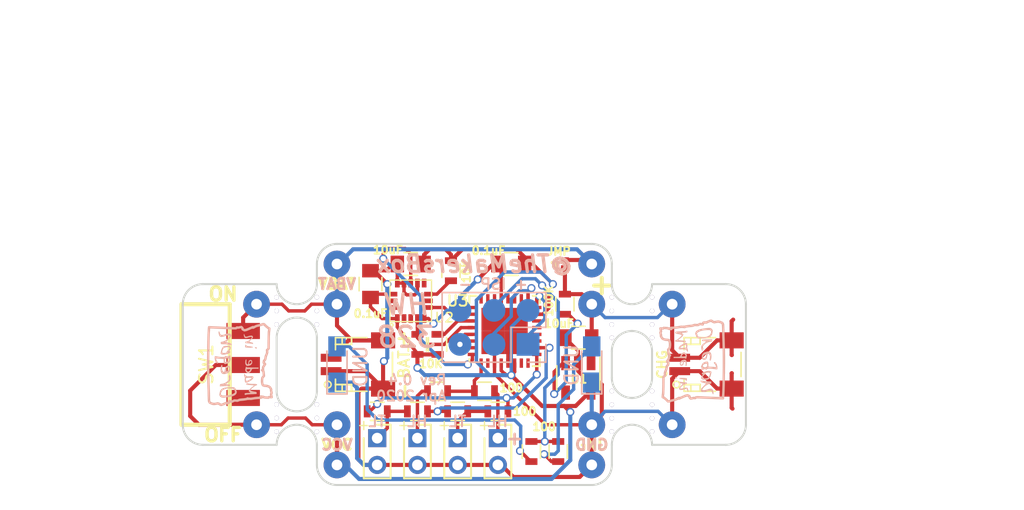
<source format=kicad_pcb>
(kicad_pcb (version 4) (host pcbnew 4.0.7)
  (title_block (title "Beetje 32U4 Blok") (date 2018-08-10) (rev 0.0) (company www.MakersBox.us) (comment 1 648.ken@gmail.com))
  (layers (0 F.Cu signal) (31 B.Cu signal) (34 B.Paste user) (35 F.Paste user) (36 B.SilkS user) (37 F.SilkS user) (38 B.Mask user) (39 F.Mask user) (44 Edge.Cuts user))
  (net 0 "")
  (net 1 GND)
  (net 2 "Net-(D4-Pad2)")
  (net 3 "Net-(D5-Pad2)")
  (net 4 "Net-(J6-Pad1)")
  (net 5 "Net-(J1-Pad1)")
  (net 6 "Net-(J7-Pad1)")
  (net 7 "Net-(J8-Pad1)")
  (net 8 "Net-(SW1-Pad3)")
  (net 9 VCC)
  (net 10 /D5)
  (net 11 /D6)
  (net 12 /RESET)
  (net 13 /D7)
  (net 14 /D8)
  (net 15 /SCK)
  (net 16 +BATT)
  (net 17 /MISO)
  (net 18 /MOSI)
  (net 19 "Net-(R1-Pad2)")
  (net 20 "Net-(R2-Pad1)")
  (net 21 /SDA)
  (net 22 /SCL)
  (net 23 /D10)
  (net 24 "Net-(U1-Pad4)")
  (net 25 "Net-(U2-Pad3)")
  (net 26 /D2)
  (net 27 "Net-(U2-Pad2)")
  (net 28 "Net-(U2-Pad9)")
  (net 29 "Net-(U2-Pad7)")
  (net 30 "Net-(U2-Pad15)")
  (net 31 "Net-(U2-Pad16)")
  (net 32 /D3)
  (net 33 /D4)
  (net 34 "Net-(U3-Pad7)")
  (net 35 "Net-(U3-Pad8)")
  (net 36 /D9)
  (net 37 "Net-(U3-Pad18)")
  (net 38 "Net-(U3-Pad19)")
  (net 39 "Net-(U3-Pad20)")
  (net 40 "Net-(U3-Pad22)")
  (net 41 /A0)
  (net 42 /A1)
  (net 43 /A2)
  (net 44 /A3)
  (net 45 /D0)
  (net 46 /D1)
  (module footprints:MadeInOregonRev25 (layer F.Cu) (at 164 102.75 90)
    (fp_text reference VAL hide)
    (fp_text value MadeInOregonRev25 hide)
  )
  (module footprints:PIN_HEADER_LED (layer F.Cu) (at 149.5 108.5)
    (fp_text reference J6 hide)
    (fp_text value HL (at 0 -1.25) (layer B.SilkS) (effects (font (size 0.8 0.8)) (justify mirror)))
    (fp_text user + (at -1 -1) (layer F.SilkS) (effects (font (size 0.8 0.8) (thickness 0.1))))
    (pad 1 thru_hole rect (at 0 0) (size 1.35 1.35) (drill 0.8) (layers *.Cu *.Mask) (net 4 "Net-(J6-Pad1)"))
    (pad 2 thru_hole oval (at 0 2) (size 1.35 1.35) (drill 0.8) (layers *.Cu *.Mask) (net 1 GND))
  )
  (module footprints:Pin_Header_Straight_2x03_Pitch2.54mm (layer B.Cu) (at 151.75 101.5 90)
    (fp_text reference CON1 hide)
    (fp_text value AVR-ISP-6)
    (pad 1 smd rect (at 0 0 90) (size 1.7 1.7) (layers B.Cu B.Paste B.Mask) (net 17 /MISO))
    (pad 2 smd oval (at 2.54 0 90) (size 1.7 1.7) (layers B.Cu B.Paste B.Mask) (net 9 VCC))
    (pad 3 smd oval (at 0 -2.54 90) (size 1.7 1.7) (layers B.Cu B.Paste B.Mask) (net 15 /SCK))
    (pad 4 smd oval (at 2.54 -2.54 90) (size 1.7 1.7) (layers B.Cu B.Paste B.Mask) (net 18 /MOSI))
    (pad 5 smd oval (at 0 -5.08 90) (size 1.7 1.7) (layers B.Cu B.Paste B.Mask) (net 12 /RESET))
    (pad 6 smd oval (at 2.54 -5.08 90) (size 1.7 1.7) (layers B.Cu B.Paste B.Mask) (net 1 GND))
  )
  (module footprints:SPST_SMD (layer F.Cu) (at 130.5 103 270)
    (fp_text reference SW1 (at 0 2.75 270) (layer F.SilkS))
    (fp_text value SW_SPDT)
    (pad "" np_thru_hole circle (at 3.4 2.75 270) (size 0.9 0.9) (drill 0.9) (layers *.Cu *.Mask))
    (pad 1 smd rect (at -2.5 0 270) (size 1.2 2.5) (layers F.Cu F.Paste F.Mask) (net 16 +BATT))
    (pad 2 smd rect (at 0.04 0 270) (size 1.2 2.5) (layers F.Cu F.Paste F.Mask) (net 9 VCC))
    (pad 3 smd rect (at 2.5 0 270) (size 1.2 2.5) (layers F.Cu F.Paste F.Mask) (net 8 "Net-(SW1-Pad3)"))
    (pad "" np_thru_hole circle (at -3.4 2.75 270) (size 0.9 0.9) (drill 0.9) (layers *.Cu *.Mask))
  )
  (module footprints:LED_0805_HandSoldering (layer B.Cu) (at 137.5 103 90)
    (fp_text reference D4 hide)
    (fp_text value UND (at -0.15 1.75 90) (layer B.SilkS) (effects (justify mirror)))
    (pad 1 smd rect (at -1.35 0 90) (size 1.5 1.3) (layers B.Cu B.Paste B.Mask) (net 1 GND))
    (pad 2 smd rect (at 1.35 0 90) (size 1.5 1.3) (layers B.Cu B.Paste B.Mask) (net 2 "Net-(D4-Pad2)"))
  )
  (module footprints:LED_0805_HandSoldering (layer B.Cu) (at 156.5 103 90)
    (fp_text reference D5 hide)
    (fp_text value UND (at -0.05 -1.5 90) (layer B.SilkS) (effects (justify mirror)))
    (pad 1 smd rect (at -1.35 0 90) (size 1.5 1.3) (layers B.Cu B.Paste B.Mask) (net 1 GND))
    (pad 2 smd rect (at 1.35 0 90) (size 1.5 1.3) (layers B.Cu B.Paste B.Mask) (net 3 "Net-(D5-Pad2)"))
  )
  (module footprints:R_0603 (layer F.Cu) (at 145 105 180)
    (fp_text reference R6 hide)
    (fp_text value 100 hide)
    (pad 1 smd rect (at -0.75 0 180) (size 0.5 0.9) (layers F.Cu F.Paste F.Mask) (net 32 /D3))
    (pad 2 smd rect (at 0.75 0 180) (size 0.5 0.9) (layers F.Cu F.Paste F.Mask) (net 5 "Net-(J1-Pad1)"))
  )
  (module footprints:R_0603 (layer F.Cu) (at 149.5 106.5 180)
    (fp_text reference R8 hide)
    (fp_text value 100 (at -1 1.75 180) (layer F.SilkS) (effects (font (size 0.6 0.6))))
    (pad 1 smd rect (at -0.75 0 180) (size 0.5 0.9) (layers F.Cu F.Paste F.Mask) (net 10 /D5))
    (pad 2 smd rect (at 0.75 0 180) (size 0.5 0.9) (layers F.Cu F.Paste F.Mask) (net 6 "Net-(J7-Pad1)"))
  )
  (module footprints:R_0603 (layer F.Cu) (at 148.5 105)
    (fp_text reference R7 hide)
    (fp_text value 100 (at 3 1.5) (layer F.SilkS) (effects (font (size 0.6 0.6))))
    (pad 1 smd rect (at -0.75 0) (size 0.5 0.9) (layers F.Cu F.Paste F.Mask) (net 32 /D3))
    (pad 2 smd rect (at 0.75 0) (size 0.5 0.9) (layers F.Cu F.Paste F.Mask) (net 4 "Net-(J6-Pad1)"))
  )
  (module footprints:R_0603 (layer F.Cu) (at 140.5 106.5)
    (fp_text reference R9 hide)
    (fp_text value 100 hide)
    (pad 1 smd rect (at -0.75 0) (size 0.5 0.9) (layers F.Cu F.Paste F.Mask) (net 10 /D5))
    (pad 2 smd rect (at 0.75 0) (size 0.5 0.9) (layers F.Cu F.Paste F.Mask) (net 7 "Net-(J8-Pad1)"))
  )
  (module footprints:R_0603 (layer F.Cu) (at 152 109.5 270)
    (fp_text reference R11 hide)
    (fp_text value 100 (at -1.85 -0.95 360) (layer F.SilkS) (effects (font (size 0.6 0.6))))
    (pad 1 smd rect (at -0.75 0 270) (size 0.5 0.9) (layers F.Cu F.Paste F.Mask) (net 18 /MOSI))
    (pad 2 smd rect (at 0.75 0 270) (size 0.5 0.9) (layers F.Cu F.Paste F.Mask) (net 2 "Net-(D4-Pad2)"))
  )
  (module footprints:R_0603 (layer F.Cu) (at 154 109.5 270)
    (fp_text reference R12 hide)
    (fp_text value 100 hide)
    (pad 1 smd rect (at -0.75 0 270) (size 0.5 0.9) (layers F.Cu F.Paste F.Mask) (net 18 /MOSI))
    (pad 2 smd rect (at 0.75 0 270) (size 0.5 0.9) (layers F.Cu F.Paste F.Mask) (net 3 "Net-(D5-Pad2)"))
  )
  (module footprints:Jumper (layer F.Cu) (at 154.5 95.5 90)
    (fp_text reference JP1 hide)
    (fp_text value JMP (at 0.95 -0.45 180) (layer F.SilkS) (effects (font (size 0.6 0.6))))
    (pad 1 smd rect (at -0.3 0 90) (size 0.4 0.6) (layers F.Cu F.Paste F.Mask) (net 16 +BATT))
    (pad 2 smd rect (at 0.3 0 90) (size 0.4 0.6) (layers F.Cu F.Paste F.Mask) (net 16 +BATT))
  )
  (module footprints:C_0805 (layer F.Cu) (at 155.5 101 180)
    (fp_text reference C2 hide)
    (fp_text value 10uF (at 1.45 1.05 180) (layer F.SilkS) (effects (font (size 0.6 0.6))))
    (pad 1 smd rect (at -1 0 180) (size 1 1.25) (layers F.Cu F.Paste F.Mask) (net 16 +BATT))
    (pad 2 smd rect (at 1 0 180) (size 1 1.25) (layers F.Cu F.Paste F.Mask) (net 1 GND))
  )
  (module footprints:C_0805 (layer F.Cu) (at 143 95.5 180)
    (fp_text reference C3 hide)
    (fp_text value 10uF (at 1.7 1.05 180) (layer F.SilkS) (effects (font (size 0.6 0.6))))
    (pad 1 smd rect (at -1 0 180) (size 1 1.25) (layers F.Cu F.Paste F.Mask) (net 9 VCC))
    (pad 2 smd rect (at 1 0 180) (size 1 1.25) (layers F.Cu F.Paste F.Mask) (net 1 GND))
  )
  (module footprints:C_0805 (layer F.Cu) (at 140 97 90)
    (fp_text reference C4 hide)
    (fp_text value 0.1uF (at -2.2 0 180) (layer F.SilkS) (effects (font (size 0.6 0.6))))
    (pad 1 smd rect (at -1 0 90) (size 1 1.25) (layers F.Cu F.Paste F.Mask) (net 9 VCC))
    (pad 2 smd rect (at 1 0 90) (size 1 1.25) (layers F.Cu F.Paste F.Mask) (net 1 GND))
  )
  (module footprints:R_0603 (layer F.Cu) (at 146.5 106.5)
    (fp_text reference R5 hide)
    (fp_text value 100 hide)
    (pad 1 smd rect (at -0.75 0) (size 0.5 0.9) (layers F.Cu F.Paste F.Mask) (net 11 /D6))
    (pad 2 smd rect (at 0.75 0) (size 0.5 0.9) (layers F.Cu F.Paste F.Mask) (net 6 "Net-(J7-Pad1)"))
  )
  (module footprints:R_0603 (layer F.Cu) (at 143.5 106.5 180)
    (fp_text reference R10 hide)
    (fp_text value 100 hide)
    (pad 1 smd rect (at -0.75 0 180) (size 0.5 0.9) (layers F.Cu F.Paste F.Mask) (net 11 /D6))
    (pad 2 smd rect (at 0.75 0 180) (size 0.5 0.9) (layers F.Cu F.Paste F.Mask) (net 7 "Net-(J8-Pad1)"))
  )
  (module footprints:LIS3DH_EP (layer F.Cu) (at 143 98.25 90)
    (fp_text reference U2 (at -1.25 2.5 180) (layer F.SilkS) (effects (font (size 0.7 0.7) (thickness 0.125))))
    (fp_text value LIS3DH)
    (pad 3 smd rect (at -1.325 0 90) (size 0.65 0.35) (layers F.Cu F.Paste F.Mask) (net 25 "Net-(U2-Pad3)"))
    (pad 11 smd rect (at 1.325 0 90) (size 0.65 0.35) (layers F.Cu F.Paste F.Mask) (net 26 /D2))
    (pad 2 smd rect (at -1.325 -0.5 90) (size 0.65 0.35) (layers F.Cu F.Paste F.Mask) (net 27 "Net-(U2-Pad2)"))
    (pad 12 smd rect (at 1.325 -0.5 90) (size 0.65 0.35) (layers F.Cu F.Paste F.Mask) (net 1 GND))
    (pad 1 smd rect (at -1.325 -1 90) (size 0.65 0.35) (layers F.Cu F.Paste F.Mask) (net 9 VCC))
    (pad 13 smd rect (at 1.325 -1 90) (size 0.65 0.35) (layers F.Cu F.Paste F.Mask) (net 1 GND))
    (pad 9 smd rect (at 1.325 1 90) (size 0.65 0.35) (layers F.Cu F.Paste F.Mask) (net 28 "Net-(U2-Pad9)"))
    (pad 10 smd rect (at 1.325 0.5 90) (size 0.65 0.35) (layers F.Cu F.Paste F.Mask) (net 1 GND))
    (pad 7 smd rect (at 0 1.325 180) (size 0.65 0.35) (layers F.Cu F.Paste F.Mask) (net 29 "Net-(U2-Pad7)"))
    (pad 4 smd rect (at -1.325 0.5 90) (size 0.65 0.35) (layers F.Cu F.Paste F.Mask) (net 22 /SCL))
    (pad 5 smd rect (at -1.325 1 90) (size 0.65 0.35) (layers F.Cu F.Paste F.Mask) (net 1 GND))
    (pad 8 smd rect (at 0.5 1.325 180) (size 0.65 0.35) (layers F.Cu F.Paste F.Mask) (net 20 "Net-(R2-Pad1)"))
    (pad 6 smd rect (at -0.5 1.325 180) (size 0.65 0.35) (layers F.Cu F.Paste F.Mask) (net 21 /SDA))
    (pad 15 smd rect (at 0 -1.325 180) (size 0.65 0.35) (layers F.Cu F.Paste F.Mask) (net 30 "Net-(U2-Pad15)"))
    (pad 14 smd rect (at 0.5 -1.325 180) (size 0.65 0.35) (layers F.Cu F.Paste F.Mask) (net 9 VCC))
    (pad 16 smd rect (at -0.5 -1.325 180) (size 0.65 0.35) (layers F.Cu F.Paste F.Mask) (net 31 "Net-(U2-Pad16)"))
  )
  (module footprints:C_0805 (layer F.Cu) (at 150.5 95.5 180)
    (fp_text reference C1 hide)
    (fp_text value 0.1uF (at 1.7 1 180) (layer F.SilkS) (effects (font (size 0.6 0.6))))
    (pad 1 smd rect (at -1 0 180) (size 1 1.25) (layers F.Cu F.Paste F.Mask) (net 9 VCC))
    (pad 2 smd rect (at 1 0 180) (size 1 1.25) (layers F.Cu F.Paste F.Mask) (net 1 GND))
  )
  (module footprints:R_0603 (layer F.Cu) (at 143.5 101.5 270)
    (fp_text reference R4 hide)
    (fp_text value 10K (at 1.45 -1 360) (layer F.SilkS) (effects (font (size 0.6 0.6))))
    (pad 1 smd rect (at -0.75 0 270) (size 0.5 0.9) (layers F.Cu F.Paste F.Mask) (net 22 /SCL))
    (pad 2 smd rect (at 0.75 0 270) (size 0.5 0.9) (layers F.Cu F.Paste F.Mask) (net 9 VCC))
  )
  (module footprints:R_0603 (layer F.Cu) (at 145 101.5 270)
    (fp_text reference R3 hide)
    (fp_text value 10K hide)
    (pad 1 smd rect (at -0.75 0 270) (size 0.5 0.9) (layers F.Cu F.Paste F.Mask) (net 21 /SDA))
    (pad 2 smd rect (at 0.75 0 270) (size 0.5 0.9) (layers F.Cu F.Paste F.Mask) (net 9 VCC))
  )
  (module footprints:R_0603 (layer F.Cu) (at 146 96 90)
    (fp_text reference R2 hide)
    (fp_text value 10K (at -0.05 1.15 90) (layer F.SilkS) (effects (font (size 0.6 0.6))))
    (pad 1 smd rect (at -0.75 0 90) (size 0.5 0.9) (layers F.Cu F.Paste F.Mask) (net 20 "Net-(R2-Pad1)"))
    (pad 2 smd rect (at 0.75 0 90) (size 0.5 0.9) (layers F.Cu F.Paste F.Mask) (net 9 VCC))
  )
  (module footprints:R_0603 (layer F.Cu) (at 154.5 98.5 270)
    (fp_text reference R1 hide)
    (fp_text value 100K (at -0.25 1.2 270) (layer F.SilkS) (effects (font (size 0.6 0.6))))
    (pad 1 smd rect (at -0.75 0 270) (size 0.5 0.9) (layers F.Cu F.Paste F.Mask) (net 16 +BATT))
    (pad 2 smd rect (at 0.75 0 270) (size 0.5 0.9) (layers F.Cu F.Paste F.Mask) (net 19 "Net-(R1-Pad2)"))
  )
  (module footprints:MOUSEBITE (layer F.Cu) (at 133 99 90)
    (fp_text reference REF** hide)
    (fp_text value 1pin)
    (pad 1 thru_hole circle (at -1.016 0 90) (size 0.3302 0.3302) (drill 0.3302) (layers *.Cu *.Mask))
    (pad 1 thru_hole circle (at 1.016 0 90) (size 0.3302 0.3302) (drill 0.3302) (layers *.Cu *.Mask))
    (pad 1 thru_hole circle (at 0 0 90) (size 0.3302 0.3302) (drill 0.3302) (layers *.Cu *.Mask))
  )
  (module footprints:MOUSEBITE (layer F.Cu) (at 136 99 90)
    (fp_text reference REF** hide)
    (fp_text value 1pin)
    (pad 1 thru_hole circle (at -1.016 0 90) (size 0.3302 0.3302) (drill 0.3302) (layers *.Cu *.Mask))
    (pad 1 thru_hole circle (at 1.016 0 90) (size 0.3302 0.3302) (drill 0.3302) (layers *.Cu *.Mask))
    (pad 1 thru_hole circle (at 0 0 90) (size 0.3302 0.3302) (drill 0.3302) (layers *.Cu *.Mask))
  )
  (module footprints:MOUSEBITE (layer F.Cu) (at 133 107 90)
    (fp_text reference REF** hide)
    (fp_text value 1pin)
    (pad 1 thru_hole circle (at -1.016 0 90) (size 0.3302 0.3302) (drill 0.3302) (layers *.Cu *.Mask))
    (pad 1 thru_hole circle (at 1.016 0 90) (size 0.3302 0.3302) (drill 0.3302) (layers *.Cu *.Mask))
    (pad 1 thru_hole circle (at 0 0 90) (size 0.3302 0.3302) (drill 0.3302) (layers *.Cu *.Mask))
  )
  (module footprints:MOUSEBITE (layer F.Cu) (at 136 107 90)
    (fp_text reference REF** hide)
    (fp_text value 1pin)
    (pad 1 thru_hole circle (at -1.016 0 90) (size 0.3302 0.3302) (drill 0.3302) (layers *.Cu *.Mask))
    (pad 1 thru_hole circle (at 1.016 0 90) (size 0.3302 0.3302) (drill 0.3302) (layers *.Cu *.Mask))
    (pad 1 thru_hole circle (at 0 0 90) (size 0.3302 0.3302) (drill 0.3302) (layers *.Cu *.Mask))
  )
  (module footprints:MOUSEBITE (layer F.Cu) (at 158 106 90)
    (fp_text reference REF** hide)
    (fp_text value 1pin)
    (pad 1 thru_hole circle (at -1.016 0 90) (size 0.3302 0.3302) (drill 0.3302) (layers *.Cu *.Mask))
    (pad 1 thru_hole circle (at 1.016 0 90) (size 0.3302 0.3302) (drill 0.3302) (layers *.Cu *.Mask))
    (pad 1 thru_hole circle (at 0 0 90) (size 0.3302 0.3302) (drill 0.3302) (layers *.Cu *.Mask))
  )
  (module footprints:MOUSEBITE (layer F.Cu) (at 161 106 90)
    (fp_text reference REF** hide)
    (fp_text value 1pin)
    (pad 1 thru_hole circle (at -1.016 0 90) (size 0.3302 0.3302) (drill 0.3302) (layers *.Cu *.Mask))
    (pad 1 thru_hole circle (at 1.016 0 90) (size 0.3302 0.3302) (drill 0.3302) (layers *.Cu *.Mask))
    (pad 1 thru_hole circle (at 0 0 90) (size 0.3302 0.3302) (drill 0.3302) (layers *.Cu *.Mask))
  )
  (module footprints:MOUSEBITE (layer F.Cu) (at 158 99 90)
    (fp_text reference REF** hide)
    (fp_text value 1pin)
    (pad 1 thru_hole circle (at -1.016 0 90) (size 0.3302 0.3302) (drill 0.3302) (layers *.Cu *.Mask))
    (pad 1 thru_hole circle (at 1.016 0 90) (size 0.3302 0.3302) (drill 0.3302) (layers *.Cu *.Mask))
    (pad 1 thru_hole circle (at 0 0 90) (size 0.3302 0.3302) (drill 0.3302) (layers *.Cu *.Mask))
  )
  (module footprints:MOUSEBITE (layer F.Cu) (at 161 99 90)
    (fp_text reference REF** hide)
    (fp_text value 1pin)
    (pad 1 thru_hole circle (at -1.016 0 90) (size 0.3302 0.3302) (drill 0.3302) (layers *.Cu *.Mask))
    (pad 1 thru_hole circle (at 1.016 0 90) (size 0.3302 0.3302) (drill 0.3302) (layers *.Cu *.Mask))
    (pad 1 thru_hole circle (at 0 0 90) (size 0.3302 0.3302) (drill 0.3302) (layers *.Cu *.Mask))
  )
  (module footprints:MOUSEBITEx1 (layer F.Cu) (at 161 101)
    (fp_text reference REF** hide)
    (fp_text value 1pin)
    (pad 1 thru_hole circle (at 0 0) (size 0.3302 0.3302) (drill 0.3302) (layers *.Cu *.Mask))
  )
  (module footprints:MOUSEBITEx1 (layer F.Cu) (at 158 101)
    (fp_text reference REF** hide)
    (fp_text value 1pin)
    (pad 1 thru_hole circle (at 0 0) (size 0.3302 0.3302) (drill 0.3302) (layers *.Cu *.Mask))
  )
  (module footprints:MOUSEBITEx1 (layer F.Cu) (at 161 108)
    (fp_text reference REF** hide)
    (fp_text value 1pin)
    (pad 1 thru_hole circle (at 0 0) (size 0.3302 0.3302) (drill 0.3302) (layers *.Cu *.Mask))
  )
  (module footprints:MOUSEBITEx1 (layer F.Cu) (at 158 108)
    (fp_text reference REF** hide)
    (fp_text value 1pin)
    (pad 1 thru_hole circle (at 0 0) (size 0.3302 0.3302) (drill 0.3302) (layers *.Cu *.Mask))
  )
  (module footprints:MadeInOregonRev25 (layer F.Cu) (at 130.25 103 270)
    (fp_text reference VAL hide)
    (fp_text value MadeInOregonRev25 hide)
  )
  (module footprints:PIN_HEADER_LED (layer F.Cu) (at 140.5 108.5)
    (fp_text reference J8 hide)
    (fp_text value TL (at 0 -1.25) (layer B.SilkS) (effects (font (size 0.8 0.8)) (justify mirror)))
    (fp_text user + (at -1 -1) (layer F.SilkS) (effects (font (size 0.8 0.8) (thickness 0.1))))
    (pad 1 thru_hole rect (at 0 0) (size 1.35 1.35) (drill 0.8) (layers *.Cu *.Mask) (net 7 "Net-(J8-Pad1)"))
    (pad 2 thru_hole oval (at 0 2) (size 1.35 1.35) (drill 0.8) (layers *.Cu *.Mask) (net 1 GND))
  )
  (module footprints:PIN_HEADER_LED (layer F.Cu) (at 146.5 108.5)
    (fp_text reference J7 hide)
    (fp_text value TL (at 0 -1.25) (layer B.SilkS) (effects (font (size 0.8 0.8)) (justify mirror)))
    (fp_text user + (at -1 -1) (layer F.SilkS) (effects (font (size 0.8 0.8) (thickness 0.1))))
    (pad 1 thru_hole rect (at 0 0) (size 1.35 1.35) (drill 0.8) (layers *.Cu *.Mask) (net 6 "Net-(J7-Pad1)"))
    (pad 2 thru_hole oval (at 0 2) (size 1.35 1.35) (drill 0.8) (layers *.Cu *.Mask) (net 1 GND))
  )
  (module footprints:PIN_HEADER_LED (layer F.Cu) (at 143.5 108.5)
    (fp_text reference J1 hide)
    (fp_text value HL (at 0 -1.25) (layer B.SilkS) (effects (font (size 0.8 0.8)) (justify mirror)))
    (fp_text user + (at -1 -1) (layer F.SilkS) (effects (font (size 0.8 0.8) (thickness 0.1))))
    (pad 1 thru_hole rect (at 0 0) (size 1.35 1.35) (drill 0.8) (layers *.Cu *.Mask) (net 5 "Net-(J1-Pad1)"))
    (pad 2 thru_hole oval (at 0 2) (size 1.35 1.35) (drill 0.8) (layers *.Cu *.Mask) (net 1 GND))
  )
  (module footprints:SolderWirePad_single_0-8mmDrill (layer F.Cu) (at 137.5 107.5)
    (fp_text reference J59 hide)
    (fp_text value Conn)
    (pad 1 thru_hole circle (at 0 0) (size 1.99898 1.99898) (drill 0.8001) (layers *.Cu *.Mask) (net 9 VCC))
  )
  (module footprints:SolderWirePad_single_0-8mmDrill (layer F.Cu) (at 131.5 107.5)
    (fp_text reference J57 hide)
    (fp_text value Conn)
    (pad 1 thru_hole circle (at 0 0) (size 1.99898 1.99898) (drill 0.8001) (layers *.Cu *.Mask) (net 9 VCC))
  )
  (module footprints:SolderWirePad_single_0-8mmDrill (layer F.Cu) (at 156.5 107.5)
    (fp_text reference J49 hide)
    (fp_text value Conn)
    (pad 1 thru_hole circle (at 0 0) (size 1.99898 1.99898) (drill 0.8001) (layers *.Cu *.Mask) (net 1 GND))
  )
  (module footprints:SolderWirePad_single_0-8mmDrill (layer F.Cu) (at 156.5 98.5)
    (fp_text reference J48 hide)
    (fp_text value Conn)
    (pad 1 thru_hole circle (at 0 0) (size 1.99898 1.99898) (drill 0.8001) (layers *.Cu *.Mask) (net 16 +BATT))
  )
  (module footprints:SolderWirePad_single_0-8mmDrill (layer F.Cu) (at 162.5 107.5)
    (fp_text reference J47 hide)
    (fp_text value Conn)
    (pad 1 thru_hole circle (at 0 0) (size 1.99898 1.99898) (drill 0.8001) (layers *.Cu *.Mask) (net 1 GND))
  )
  (module footprints:SolderWirePad_single_0-8mmDrill (layer F.Cu) (at 162.5 98.5)
    (fp_text reference J46 hide)
    (fp_text value Conn)
    (pad 1 thru_hole circle (at 0 0) (size 1.99898 1.99898) (drill 0.8001) (layers *.Cu *.Mask) (net 16 +BATT))
  )
  (module footprints:SolderWirePad_single_0-8mmDrill (layer F.Cu) (at 131.5 98.5)
    (fp_text reference J56 hide)
    (fp_text value Conn)
    (pad 1 thru_hole circle (at 0 0) (size 1.99898 1.99898) (drill 0.8001) (layers *.Cu *.Mask) (net 16 +BATT))
  )
  (module footprints:SolderWirePad_single_0-8mmDrill (layer F.Cu) (at 156.5 95.5)
    (fp_text reference J44 hide)
    (fp_text value Conn)
    (pad 1 thru_hole circle (at 0 0) (size 1.99898 1.99898) (drill 0.8001) (layers *.Cu *.Mask) (net 16 +BATT))
  )
  (module footprints:SolderWirePad_single_0-8mmDrill (layer F.Cu) (at 156.5 110.5)
    (fp_text reference J45 hide)
    (fp_text value Conn)
    (pad 1 thru_hole circle (at 0 0) (size 1.99898 1.99898) (drill 0.8001) (layers *.Cu *.Mask) (net 1 GND))
  )
  (module footprints:SolderWirePad_single_0-8mmDrill (layer F.Cu) (at 137.5 110.5)
    (fp_text reference J55 hide)
    (fp_text value Conn)
    (pad 1 thru_hole circle (at 0 0) (size 1.99898 1.99898) (drill 0.8001) (layers *.Cu *.Mask) (net 9 VCC))
  )
  (module footprints:SolderWirePad_single_0-8mmDrill (layer F.Cu) (at 137.5 98.5)
    (fp_text reference J58 hide)
    (fp_text value Conn)
    (pad 1 thru_hole circle (at 0 0) (size 1.99898 1.99898) (drill 0.8001) (layers *.Cu *.Mask) (net 16 +BATT))
  )
  (module footprints:SolderWirePad_single_0-8mmDrill (layer F.Cu) (at 137.5 95.5)
    (fp_text reference J54 hide)
    (fp_text value Conn)
    (pad 1 thru_hole circle (at 0 0) (size 1.99898 1.99898) (drill 0.8001) (layers *.Cu *.Mask) (net 16 +BATT))
  )
  (module footprints:SOT-23-5 (layer F.Cu) (at 155.5 104 270)
    (fp_text reference U1 (at 0.1 -0.05 360) (layer F.SilkS) (effects (font (size 0.6 0.6))))
    (fp_text value MIC5225-3.3)
    (pad 1 smd rect (at -1.1 -0.95 270) (size 1.06 0.65) (layers F.Cu F.Paste F.Mask) (net 16 +BATT))
    (pad 2 smd rect (at -1.1 0 270) (size 1.06 0.65) (layers F.Cu F.Paste F.Mask) (net 1 GND))
    (pad 3 smd rect (at -1.1 0.95 270) (size 1.06 0.65) (layers F.Cu F.Paste F.Mask) (net 19 "Net-(R1-Pad2)"))
    (pad 4 smd rect (at 1.1 0.95 270) (size 1.06 0.65) (layers F.Cu F.Paste F.Mask) (net 24 "Net-(U1-Pad4)"))
    (pad 5 smd rect (at 1.1 -0.95 270) (size 1.06 0.65) (layers F.Cu F.Paste F.Mask) (net 9 VCC))
  )
  (module footprints:QFN-32-1EP_5x5mm_Pitch0.5mm (layer F.Cu) (at 150 100.5 90)
    (fp_text reference U3 (at 2.25 -3.5 180) (layer F.SilkS) (effects (font (size 0.8 0.8))))
    (fp_text value ATMEGA328-MU)
    (pad 1 smd rect (at -2.4 -1.75 90) (size 0.7 0.25) (layers F.Cu F.Paste F.Mask) (net 32 /D3))
    (pad 2 smd rect (at -2.4 -1.25 90) (size 0.7 0.25) (layers F.Cu F.Paste F.Mask) (net 33 /D4))
    (pad 3 smd rect (at -2.4 -0.75 90) (size 0.7 0.25) (layers F.Cu F.Paste F.Mask) (net 1 GND))
    (pad 4 smd rect (at -2.4 -0.25 90) (size 0.7 0.25) (layers F.Cu F.Paste F.Mask) (net 9 VCC))
    (pad 5 smd rect (at -2.4 0.25 90) (size 0.7 0.25) (layers F.Cu F.Paste F.Mask) (net 1 GND))
    (pad 6 smd rect (at -2.4 0.75 90) (size 0.7 0.25) (layers F.Cu F.Paste F.Mask) (net 9 VCC))
    (pad 7 smd rect (at -2.4 1.25 90) (size 0.7 0.25) (layers F.Cu F.Paste F.Mask) (net 34 "Net-(U3-Pad7)"))
    (pad 8 smd rect (at -2.4 1.75 90) (size 0.7 0.25) (layers F.Cu F.Paste F.Mask) (net 35 "Net-(U3-Pad8)"))
    (pad 9 smd rect (at -1.75 2.4 180) (size 0.7 0.25) (layers F.Cu F.Paste F.Mask) (net 10 /D5))
    (pad 10 smd rect (at -1.25 2.4 180) (size 0.7 0.25) (layers F.Cu F.Paste F.Mask) (net 11 /D6))
    (pad 11 smd rect (at -0.75 2.4 180) (size 0.7 0.25) (layers F.Cu F.Paste F.Mask) (net 13 /D7))
    (pad 12 smd rect (at -0.25 2.4 180) (size 0.7 0.25) (layers F.Cu F.Paste F.Mask) (net 14 /D8))
    (pad 13 smd rect (at 0.25 2.4 180) (size 0.7 0.25) (layers F.Cu F.Paste F.Mask) (net 36 /D9))
    (pad 14 smd rect (at 0.75 2.4 180) (size 0.7 0.25) (layers F.Cu F.Paste F.Mask) (net 23 /D10))
    (pad 15 smd rect (at 1.25 2.4 180) (size 0.7 0.25) (layers F.Cu F.Paste F.Mask) (net 18 /MOSI))
    (pad 16 smd rect (at 1.75 2.4 180) (size 0.7 0.25) (layers F.Cu F.Paste F.Mask) (net 17 /MISO))
    (pad 17 smd rect (at 2.4 1.75 90) (size 0.7 0.25) (layers F.Cu F.Paste F.Mask) (net 15 /SCK))
    (pad 18 smd rect (at 2.4 1.25 90) (size 0.7 0.25) (layers F.Cu F.Paste F.Mask) (net 37 "Net-(U3-Pad18)"))
    (pad 19 smd rect (at 2.4 0.75 90) (size 0.7 0.25) (layers F.Cu F.Paste F.Mask) (net 38 "Net-(U3-Pad19)"))
    (pad 20 smd rect (at 2.4 0.25 90) (size 0.7 0.25) (layers F.Cu F.Paste F.Mask) (net 39 "Net-(U3-Pad20)"))
    (pad 21 smd rect (at 2.4 -0.25 90) (size 0.7 0.25) (layers F.Cu F.Paste F.Mask) (net 1 GND))
    (pad 22 smd rect (at 2.4 -0.75 90) (size 0.7 0.25) (layers F.Cu F.Paste F.Mask) (net 40 "Net-(U3-Pad22)"))
    (pad 23 smd rect (at 2.4 -1.25 90) (size 0.7 0.25) (layers F.Cu F.Paste F.Mask) (net 41 /A0))
    (pad 24 smd rect (at 2.4 -1.75 90) (size 0.7 0.25) (layers F.Cu F.Paste F.Mask) (net 42 /A1))
    (pad 25 smd rect (at 1.75 -2.4 180) (size 0.7 0.25) (layers F.Cu F.Paste F.Mask) (net 43 /A2))
    (pad 26 smd rect (at 1.25 -2.4 180) (size 0.7 0.25) (layers F.Cu F.Paste F.Mask) (net 44 /A3))
    (pad 27 smd rect (at 0.75 -2.4 180) (size 0.7 0.25) (layers F.Cu F.Paste F.Mask) (net 21 /SDA))
    (pad 28 smd rect (at 0.25 -2.4 180) (size 0.7 0.25) (layers F.Cu F.Paste F.Mask) (net 22 /SCL))
    (pad 29 smd rect (at -0.25 -2.4 180) (size 0.7 0.25) (layers F.Cu F.Paste F.Mask) (net 12 /RESET))
    (pad 30 smd rect (at -0.75 -2.4 180) (size 0.7 0.25) (layers F.Cu F.Paste F.Mask) (net 45 /D0))
    (pad 31 smd rect (at -1.25 -2.4 180) (size 0.7 0.25) (layers F.Cu F.Paste F.Mask) (net 46 /D1))
    (pad 32 smd rect (at -1.75 -2.4 180) (size 0.7 0.25) (layers F.Cu F.Paste F.Mask) (net 26 /D2))
    (pad 3 smd rect (at 0.8625 0.8625 90) (size 1.725 1.725) (layers F.Cu F.Paste F.Mask) (net 1 GND))
    (pad 3 smd rect (at 0.8625 -0.8625 90) (size 1.725 1.725) (layers F.Cu F.Paste F.Mask) (net 1 GND))
    (pad 3 smd rect (at -0.8625 0.8625 90) (size 1.725 1.725) (layers F.Cu F.Paste F.Mask) (net 1 GND))
    (pad 3 smd rect (at -0.8625 -0.8625 90) (size 1.725 1.725) (layers F.Cu F.Paste F.Mask) (net 1 GND))
  )
  (module footprints:JST_SH_SM02B-SRSS-TB_02x1.00mm_Angled (layer F.Cu) (at 139 103 90)
    (fp_text reference J3 hide)
    (fp_text value BAT (at 0 3.5 90) (layer F.SilkS) (effects (font (size 0.8 0.8))))
    (pad 1 smd rect (at -0.5 -1.9375 90) (size 0.6 1.55) (layers F.Cu F.Paste F.Mask) (net 1 GND))
    (pad 2 smd rect (at 0.5 -1.9375 90) (size 0.6 1.55) (layers F.Cu F.Paste F.Mask) (net 16 +BATT))
    (pad "" smd rect (at -1.8 1.9375 90) (size 1.2 1.8) (layers F.Cu F.Paste F.Mask))
    (pad "" smd rect (at 1.8 1.9375 90) (size 1.2 1.8) (layers F.Cu F.Paste F.Mask))
  )
  (module footprints:JST_SH_SM02B-SRSS-TB_02x1.00mm_Angled (layer F.Cu) (at 165 103 90)
    (fp_text reference J2 hide)
    (fp_text value CHG (at 0 -3.25 90) (layer F.SilkS) (effects (font (size 0.7 0.7))))
    (pad 1 smd rect (at -0.5 -1.9375 90) (size 0.6 1.55) (layers F.Cu F.Paste F.Mask) (net 1 GND))
    (pad 2 smd rect (at 0.5 -1.9375 90) (size 0.6 1.55) (layers F.Cu F.Paste F.Mask) (net 16 +BATT))
    (pad "" smd rect (at -1.8 1.9375 90) (size 1.2 1.8) (layers F.Cu F.Paste F.Mask))
    (pad "" smd rect (at 1.8 1.9375 90) (size 1.2 1.8) (layers F.Cu F.Paste F.Mask))
  )
  (gr_text "HW\n328" (at 142.75 99.75) (layer B.SilkS) (effects (font (size 1.5 1.5) (thickness 0.25) italic) (justify mirror)))
  (gr_text + (at 150.75 108.5) (layer B.SilkS) (effects (font (size 1 1) (thickness 0.2))))
  (gr_text "+ ISP -" (at 149.15 97) (layer B.SilkS) (effects (font (size 0.8 0.8)) (justify mirror)))
  (gr_text * (at 153.8 95.8) (layer F.SilkS) (effects (font (size 1 1) (thickness 0.25))))
  (gr_text GND (at 156.5 109) (layer B.SilkS) (effects (font (size 0.8 0.8) (thickness 0.2)) (justify mirror)))
  (gr_text VCC (at 137.5 109) (layer B.SilkS) (effects (font (size 0.8 0.8) (thickness 0.2)) (justify mirror)))
  (gr_text VBAT (at 137.5 97) (layer B.SilkS) (effects (font (size 0.8 0.8) (thickness 0.2)) (justify mirror)))
  (gr_text GND (at 156.5 109) (layer F.SilkS) (effects (font (size 0.8 0.8) (thickness 0.2))))
  (gr_text VBAT (at 137.5 97) (layer F.SilkS) (effects (font (size 0.8 0.8) (thickness 0.2))))
  (gr_text VCC (at 137.5 109) (layer F.SilkS) (effects (font (size 0.8 0.8) (thickness 0.2))))
  (gr_line (start 161 102) (end 161 104) (angle 90) (layer Edge.Cuts) (width 0.15))
  (gr_line (start 158 102) (end 158 104) (angle 90) (layer Edge.Cuts) (width 0.15))
  (gr_text + (at 142.5 101) (layer F.SilkS) (effects (font (size 1 1) (thickness 0.2))))
  (gr_text - (at 142.5 105 90) (layer F.SilkS) (effects (font (size 1 1) (thickness 0.2))))
  (gr_text + (at 157.25 97) (layer F.SilkS) (effects (font (size 1.5 1.5) (thickness 0.3))))
  (gr_line (start 168 107.5) (end 168 98.5) (angle 90) (layer Edge.Cuts) (width 0.15))
  (gr_line (start 161 109) (end 166.5 109) (angle 90) (layer Edge.Cuts) (width 0.15))
  (gr_arc (start 166.5 107.5) (end 168 107.5) (angle 90) (layer Edge.Cuts) (width 0.15))
  (gr_line (start 161 97) (end 166.5 97) (angle 90) (layer Edge.Cuts) (width 0.15))
  (gr_arc (start 166.5 98.5) (end 166.5 97) (angle 90) (layer Edge.Cuts) (width 0.15))
  (gr_text ON (at 129 97.75) (layer F.SilkS) (effects (font (size 1 1) (thickness 0.25))))
  (gr_line (start 158 97) (end 158 95.5) (angle 90) (layer Edge.Cuts) (width 0.15))
  (gr_line (start 158 110.5) (end 158 109) (angle 90) (layer Edge.Cuts) (width 0.15))
  (gr_line (start 137.5 112) (end 156.5 112) (angle 90) (layer Edge.Cuts) (width 0.15))
  (gr_line (start 137.5 94) (end 156.5 94) (angle 90) (layer Edge.Cuts) (width 0.15))
  (gr_arc (start 156.5 95.5) (end 156.5 94) (angle 90) (layer Edge.Cuts) (width 0.15))
  (gr_arc (start 156.5 110.5) (end 158 110.5) (angle 90) (layer Edge.Cuts) (width 0.15))
  (gr_arc (start 159.5 102) (end 159.5 100.5) (angle 90) (layer Edge.Cuts) (width 0.15))
  (gr_arc (start 159.5 97) (end 161 97) (angle 90) (layer Edge.Cuts) (width 0.15))
  (gr_arc (start 159.5 104) (end 159.5 105.5) (angle 90) (layer Edge.Cuts) (width 0.15))
  (gr_arc (start 159.5 109) (end 159.5 107.5) (angle 90) (layer Edge.Cuts) (width 0.15))
  (gr_arc (start 159.5 109) (end 158 109) (angle 90) (layer Edge.Cuts) (width 0.15))
  (gr_arc (start 159.5 102) (end 158 102) (angle 90) (layer Edge.Cuts) (width 0.15))
  (gr_arc (start 159.5 104) (end 161 104) (angle 90) (layer Edge.Cuts) (width 0.15))
  (gr_arc (start 159.5 97) (end 159.5 98.5) (angle 90) (layer Edge.Cuts) (width 0.15))
  (gr_line (start 136 97) (end 136 95.5) (angle 90) (layer Edge.Cuts) (width 0.15))
  (gr_line (start 136 110.5) (end 136 109) (angle 90) (layer Edge.Cuts) (width 0.15))
  (gr_line (start 127.5 109) (end 133 109) (angle 90) (layer Edge.Cuts) (width 0.15))
  (gr_line (start 126 98.5) (end 126 107.5) (angle 90) (layer Edge.Cuts) (width 0.15))
  (gr_line (start 133 97) (end 127.5 97) (angle 90) (layer Edge.Cuts) (width 0.15))
  (gr_arc (start 127.5 98.5) (end 126 98.5) (angle 90) (layer Edge.Cuts) (width 0.15))
  (gr_arc (start 127.5 107.5) (end 127.5 109) (angle 90) (layer Edge.Cuts) (width 0.15))
  (gr_arc (start 137.5 110.5) (end 137.5 112) (angle 90) (layer Edge.Cuts) (width 0.15))
  (gr_arc (start 137.5 95.5) (end 136 95.5) (angle 90) (layer Edge.Cuts) (width 0.15))
  (gr_line (start 136 101) (end 136 105) (angle 90) (layer Edge.Cuts) (width 0.15))
  (gr_line (start 133 105) (end 133 101) (angle 90) (layer Edge.Cuts) (width 0.15))
  (gr_arc (start 134.5 105) (end 136 105) (angle 90) (layer Edge.Cuts) (width 0.15))
  (gr_arc (start 134.5 105) (end 134.5 106.5) (angle 90) (layer Edge.Cuts) (width 0.15))
  (gr_arc (start 134.5 97) (end 136 97) (angle 90) (layer Edge.Cuts) (width 0.15))
  (gr_arc (start 134.5 97) (end 134.5 98.5) (angle 90) (layer Edge.Cuts) (width 0.15))
  (gr_arc (start 134.5 101) (end 134.5 99.5) (angle 90) (layer Edge.Cuts) (width 0.15))
  (gr_arc (start 134.5 101) (end 133 101) (angle 90) (layer Edge.Cuts) (width 0.15))
  (gr_arc (start 134.5 109) (end 133 109) (angle 90) (layer Edge.Cuts) (width 0.15))
  (gr_arc (start 134.5 109) (end 134.5 107.5) (angle 90) (layer Edge.Cuts) (width 0.15))
  (gr_text OFF (at 129 108.25) (layer F.SilkS) (effects (font (size 1 1) (thickness 0.25))))
  (gr_text "Rev 0.4\nApr 2020" (at 145.75 104.75) (layer B.SilkS) (effects (font (size 0.75 0.75)) (justify left mirror)))
  (gr_text @TheMakersBox (at 155.25 95.5) (layer B.SilkS) (effects (font (size 1.25 1.25) (thickness 0.25) italic) (justify left mirror)))
  (segment (start 155.5 102.9) (end 155.5 103.5) (width 0.3048) (layer F.Cu) (net 1))
  (segment (start 157.25 106.75) (end 156.5 107.5) (width 0.3048) (layer F.Cu) (net 1))
  (segment (start 157.25 104.5) (end 157.25 106.75) (width 0.3048) (layer F.Cu) (net 1))
  (segment (start 156.75 104) (end 157.25 104.5) (width 0.3048) (layer F.Cu) (net 1))
  (segment (start 156 104) (end 156.75 104) (width 0.3048) (layer F.Cu) (net 1))
  (segment (start 155.5 103.5) (end 156 104) (width 0.3048) (layer F.Cu) (net 1))
  (segment (start 140.9375 104.8) (end 140.9375 102.8125) (width 0.3048) (layer F.Cu) (net 1))
  (segment (start 141.25 97) (end 140.25 96) (width 0.3048) (layer F.Cu) (net 1))
  (via (at 141.25 97) (size 0.6) (drill 0.4) (layers F.Cu B.Cu) (net 1))
  (segment (start 141.25 102.5) (end 141.25 97) (width 0.3048) (layer B.Cu) (net 1))
  (segment (start 141 102.75) (end 141.25 102.5) (width 0.3048) (layer B.Cu) (net 1))
  (via (at 141 102.75) (size 0.6) (drill 0.4) (layers F.Cu B.Cu) (net 1))
  (segment (start 140.9375 102.8125) (end 141 102.75) (width 0.3048) (layer F.Cu) (net 1))
  (segment (start 140.25 96) (end 140 96) (width 0.3048) (layer F.Cu) (net 1))
  (segment (start 139 105.25) (end 139 104.75) (width 0.3048) (layer B.Cu) (net 1))
  (segment (start 138.6 104.35) (end 137.5 104.35) (width 0.3048) (layer B.Cu) (net 1))
  (segment (start 139 104.75) (end 138.6 104.35) (width 0.3048) (layer B.Cu) (net 1))
  (segment (start 166.9375 104.8) (end 166.9375 103.6625) (width 0.3048) (layer F.Cu) (net 1))
  (segment (start 166.9375 103.6625) (end 166.95 103.65) (width 0.3048) (layer F.Cu) (net 1))
  (segment (start 166.9375 104.8) (end 166.9375 106.2375) (width 0.3048) (layer F.Cu) (net 1))
  (segment (start 166.9375 106.2375) (end 167 106.3) (width 0.3048) (layer F.Cu) (net 1))
  (segment (start 163.0625 103.5) (end 164.55 103.5) (width 0.3048) (layer F.Cu) (net 1))
  (segment (start 165.85 104.8) (end 166.9375 104.8) (width 0.3048) (layer F.Cu) (net 1))
  (segment (start 164.55 103.5) (end 165.85 104.8) (width 0.3048) (layer F.Cu) (net 1))
  (segment (start 150.8625 101.3625) (end 149.1375 101.3625) (width 0.254) (layer F.Cu) (net 1))
  (segment (start 150.25 102.9) (end 150.25 101.975) (width 0.254) (layer F.Cu) (net 1))
  (segment (start 150.25 101.975) (end 150.8625 101.3625) (width 0.254) (layer F.Cu) (net 1))
  (segment (start 162.5 107.5) (end 162.5 104.0625) (width 0.3048) (layer F.Cu) (net 1))
  (segment (start 162.5 104.0625) (end 163.0625 103.5) (width 0.3048) (layer F.Cu) (net 1))
  (segment (start 162.5 107.5) (end 162.45 107.5) (width 0.254) (layer B.Cu) (net 1))
  (segment (start 162.45 107.5) (end 161.45 106.5) (width 0.254) (layer B.Cu) (net 1))
  (segment (start 157.5 106.5) (end 156.5 107.5) (width 0.254) (layer B.Cu) (net 1))
  (segment (start 161.45 106.5) (end 157.5 106.5) (width 0.254) (layer B.Cu) (net 1))
  (segment (start 156.5 107.5) (end 156.7 107.5) (width 0.254) (layer F.Cu) (net 1))
  (segment (start 137.5 104.35) (end 137.5 104.25) (width 0.3048) (layer B.Cu) (net 1))
  (segment (start 140 95.95) (end 140 96) (width 0.3048) (layer F.Cu) (net 1))
  (segment (start 146.67 98.96) (end 146.67 97.98) (width 0.3048) (layer B.Cu) (net 1))
  (segment (start 148 96.65) (end 149.15 95.5) (width 0.3048) (layer F.Cu) (net 1))
  (via (at 148 96.65) (size 0.6) (drill 0.4) (layers F.Cu B.Cu) (net 1))
  (segment (start 146.67 97.98) (end 148 96.65) (width 0.3048) (layer B.Cu) (net 1))
  (segment (start 149.15 95.5) (end 149.5 95.5) (width 0.3048) (layer F.Cu) (net 1))
  (segment (start 140.5 110.5) (end 139.5 110.5) (width 0.3048) (layer B.Cu) (net 1))
  (segment (start 139 110) (end 139 105.25) (width 0.3048) (layer B.Cu) (net 1))
  (segment (start 139 105.25) (end 139 105.35) (width 0.3048) (layer B.Cu) (net 1))
  (segment (start 139.5 110.5) (end 139 110) (width 0.3048) (layer B.Cu) (net 1))
  (segment (start 156.5 104.35) (end 156.5 107.5) (width 0.3048) (layer B.Cu) (net 1))
  (segment (start 149.1375 99.6375) (end 150.8625 99.6375) (width 0.254) (layer F.Cu) (net 1))
  (segment (start 149.75 98.1) (end 149.75 99.025) (width 0.254) (layer F.Cu) (net 1))
  (segment (start 149.75 99.025) (end 149.1375 99.6375) (width 0.254) (layer F.Cu) (net 1))
  (segment (start 149.1375 101.3625) (end 149.1375 99.6375) (width 0.254) (layer F.Cu) (net 1))
  (segment (start 149.25 102.9) (end 149.25 103.7) (width 0.254) (layer F.Cu) (net 1))
  (segment (start 153.05 107.5) (end 156.5 107.5) (width 0.254) (layer F.Cu) (net 1))
  (segment (start 149.25 103.7) (end 153.05 107.5) (width 0.254) (layer F.Cu) (net 1))
  (segment (start 149.75 98.1) (end 149.75 95.75) (width 0.254) (layer F.Cu) (net 1))
  (segment (start 149.75 95.75) (end 149.5 95.5) (width 0.254) (layer F.Cu) (net 1))
  (segment (start 155.5 102.9) (end 155.5 102) (width 0.254) (layer F.Cu) (net 1))
  (segment (start 155.5 102) (end 154.5 101) (width 0.254) (layer F.Cu) (net 1))
  (segment (start 156.5 110.5) (end 156.5 107.5) (width 0.3048) (layer F.Cu) (net 1))
  (segment (start 149.5 110.5) (end 149.75 110.5) (width 0.3048) (layer F.Cu) (net 1))
  (segment (start 149.75 110.5) (end 150.65 111.4) (width 0.3048) (layer F.Cu) (net 1))
  (segment (start 155.6 111.4) (end 156.5 110.5) (width 0.3048) (layer F.Cu) (net 1))
  (segment (start 150.65 111.4) (end 155.6 111.4) (width 0.3048) (layer F.Cu) (net 1))
  (segment (start 146.5 110.5) (end 149.5 110.5) (width 0.3048) (layer F.Cu) (net 1))
  (segment (start 143.5 110.5) (end 146.5 110.5) (width 0.3048) (layer F.Cu) (net 1))
  (segment (start 140.5 110.5) (end 143.5 110.5) (width 0.3048) (layer F.Cu) (net 1))
  (segment (start 140.9375 104.8) (end 139.35 104.8) (width 0.3048) (layer F.Cu) (net 1))
  (segment (start 139.5 110.5) (end 140.5 110.5) (width 0.3048) (layer F.Cu) (net 1))
  (segment (start 139.1 110.1) (end 139.5 110.5) (width 0.3048) (layer F.Cu) (net 1))
  (segment (start 139.1 105.05) (end 139.1 110.1) (width 0.3048) (layer F.Cu) (net 1))
  (segment (start 139.35 104.8) (end 139.1 105.05) (width 0.3048) (layer F.Cu) (net 1))
  (segment (start 137.0625 103.5) (end 139.6375 103.5) (width 0.3048) (layer F.Cu) (net 1))
  (segment (start 139.6375 103.5) (end 140.9375 104.8) (width 0.3048) (layer F.Cu) (net 1))
  (segment (start 140.9375 104.8) (end 141.1 104.8) (width 0.254) (layer F.Cu) (net 1))
  (segment (start 146.67 98.96) (end 145.69 98.96) (width 0.254) (layer B.Cu) (net 1))
  (segment (start 145.69 98.96) (end 144.7 99.95) (width 0.254) (layer B.Cu) (net 1))
  (segment (start 144 99.575) (end 144.325 99.575) (width 0.254) (layer F.Cu) (net 1))
  (via (at 144.7 99.95) (size 0.6) (drill 0.4) (layers F.Cu B.Cu) (net 1))
  (segment (start 144.325 99.575) (end 144.7 99.95) (width 0.254) (layer F.Cu) (net 1))
  (segment (start 142 95.5) (end 141.65 95.5) (width 0.254) (layer F.Cu) (net 1))
  (segment (start 141.65 95.5) (end 141.15 96) (width 0.254) (layer F.Cu) (net 1))
  (segment (start 141.15 96) (end 140 96) (width 0.254) (layer F.Cu) (net 1))
  (segment (start 142.5 96.925) (end 142.5 97.6) (width 0.254) (layer F.Cu) (net 1))
  (segment (start 143.5 97.6) (end 143.5 96.925) (width 0.254) (layer F.Cu) (net 1))
  (segment (start 143.3 97.8) (end 143.5 97.6) (width 0.254) (layer F.Cu) (net 1))
  (segment (start 142.7 97.8) (end 143.3 97.8) (width 0.254) (layer F.Cu) (net 1))
  (segment (start 142.5 97.6) (end 142.7 97.8) (width 0.254) (layer F.Cu) (net 1))
  (segment (start 142 96.925) (end 142 95.5) (width 0.254) (layer F.Cu) (net 1))
  (segment (start 142.5 96.925) (end 142 96.925) (width 0.254) (layer F.Cu) (net 1))
  (segment (start 149.25 102.9) (end 149.25 101.475) (width 0.254) (layer F.Cu) (net 1))
  (segment (start 149.25 101.475) (end 149.1375 101.3625) (width 0.254) (layer F.Cu) (net 1))
  (segment (start 150.25 101.975) (end 150.8625 101.3625) (width 0.254) (layer F.Cu) (net 1))
  (segment (start 155.95 104.35) (end 156.25 104.35) (width 0.254) (layer B.Cu) (net 1))
  (segment (start 139.75 103.4) (end 139.75 103) (width 0.254) (layer B.Cu) (net 2))
  (segment (start 139.75 106.35) (end 139.75 103.4) (width 0.254) (layer B.Cu) (net 2))
  (segment (start 140.55 107.15) (end 139.75 106.35) (width 0.254) (layer B.Cu) (net 2))
  (segment (start 150.75 107.15) (end 140.55 107.15) (width 0.254) (layer B.Cu) (net 2))
  (segment (start 151.2 107.6) (end 150.75 107.15) (width 0.254) (layer B.Cu) (net 2))
  (segment (start 151.2 109.4) (end 151.2 107.6) (width 0.254) (layer B.Cu) (net 2))
  (segment (start 151.15 109.45) (end 151.2 109.4) (width 0.254) (layer B.Cu) (net 2))
  (via (at 151.15 109.45) (size 0.6) (drill 0.4) (layers F.Cu B.Cu) (net 2))
  (segment (start 151.95 110.25) (end 151.15 109.45) (width 0.254) (layer F.Cu) (net 2))
  (segment (start 138.4 101.65) (end 137.5 101.65) (width 0.254) (layer B.Cu) (net 2))
  (segment (start 139.75 103) (end 138.4 101.65) (width 0.254) (layer B.Cu) (net 2))
  (segment (start 152 110.25) (end 151.95 110.25) (width 0.254) (layer F.Cu) (net 2))
  (segment (start 154 106.3) (end 154 106) (width 0.254) (layer B.Cu) (net 3))
  (segment (start 153.5 110.25) (end 152.95 109.7) (width 0.254) (layer F.Cu) (net 3))
  (via (at 152.95 109.7) (size 0.6) (drill 0.4) (layers F.Cu B.Cu) (net 3))
  (segment (start 152.95 109.7) (end 153.75 109.7) (width 0.254) (layer B.Cu) (net 3))
  (segment (start 153.75 109.7) (end 154 109.45) (width 0.254) (layer B.Cu) (net 3))
  (segment (start 154 109.45) (end 154 106.3) (width 0.254) (layer B.Cu) (net 3))
  (segment (start 154 110.25) (end 153.5 110.25) (width 0.254) (layer F.Cu) (net 3))
  (segment (start 155.15 103) (end 156.5 101.65) (width 0.254) (layer B.Cu) (net 3))
  (segment (start 155.15 104.85) (end 155.15 103) (width 0.254) (layer B.Cu) (net 3))
  (segment (start 154 106) (end 155.15 104.85) (width 0.254) (layer B.Cu) (net 3))
  (segment (start 149.5 108.5) (end 149.5 105.25) (width 0.254) (layer F.Cu) (net 4))
  (segment (start 149.5 105.25) (end 149.25 105) (width 0.254) (layer F.Cu) (net 4))
  (segment (start 143.5 108.5) (end 143.5 105.35) (width 0.254) (layer F.Cu) (net 5))
  (segment (start 143.85 105) (end 144.25 105) (width 0.254) (layer F.Cu) (net 5))
  (segment (start 143.5 105.35) (end 143.85 105) (width 0.254) (layer F.Cu) (net 5))
  (segment (start 147.25 106.5) (end 148.75 106.5) (width 0.254) (layer F.Cu) (net 6))
  (segment (start 146.5 108.5) (end 146.5 107.25) (width 0.254) (layer F.Cu) (net 6))
  (segment (start 146.5 107.25) (end 147.25 106.5) (width 0.254) (layer F.Cu) (net 6))
  (segment (start 141.25 106.5) (end 141.25 107.75) (width 0.254) (layer F.Cu) (net 7))
  (segment (start 141.25 107.75) (end 140.5 108.5) (width 0.254) (layer F.Cu) (net 7))
  (segment (start 141.25 106.5) (end 142.75 106.5) (width 0.254) (layer F.Cu) (net 7))
  (segment (start 131.5 107.5) (end 133.35 107.5) (width 0.254) (layer F.Cu) (net 9))
  (segment (start 135.65 107.5) (end 137.5 107.5) (width 0.254) (layer F.Cu) (net 9))
  (segment (start 135.15 107) (end 135.65 107.5) (width 0.254) (layer F.Cu) (net 9))
  (segment (start 133.85 107) (end 135.15 107) (width 0.254) (layer F.Cu) (net 9))
  (segment (start 133.35 107.5) (end 133.85 107) (width 0.254) (layer F.Cu) (net 9))
  (segment (start 130.5 103.04) (end 128.46 103.04) (width 0.3048) (layer F.Cu) (net 9))
  (segment (start 127.2 107.5) (end 131.5 107.5) (width 0.3048) (layer F.Cu) (net 9))
  (segment (start 126.55 106.85) (end 127.2 107.5) (width 0.3048) (layer F.Cu) (net 9))
  (segment (start 126.55 104.95) (end 126.55 106.85) (width 0.3048) (layer F.Cu) (net 9))
  (segment (start 128.46 103.04) (end 126.55 104.95) (width 0.3048) (layer F.Cu) (net 9))
  (segment (start 150.5 103.8) (end 144.05 103.8) (width 0.3048) (layer B.Cu) (net 9))
  (segment (start 143.5 103.25) (end 143.5 102.25) (width 0.3048) (layer F.Cu) (net 9))
  (via (at 143.5 103.25) (size 0.6) (drill 0.4) (layers F.Cu B.Cu) (net 9))
  (segment (start 144.05 103.8) (end 143.5 103.25) (width 0.3048) (layer B.Cu) (net 9))
  (segment (start 150.1 111.55) (end 153.5 111.55) (width 0.3048) (layer B.Cu) (net 9))
  (segment (start 139.15 111.55) (end 150.1 111.55) (width 0.3048) (layer B.Cu) (net 9))
  (segment (start 138.1 110.5) (end 139.15 111.55) (width 0.3048) (layer B.Cu) (net 9))
  (segment (start 154.45 106.1) (end 154.1 106.1) (width 0.3048) (layer F.Cu) (net 9))
  (segment (start 154.9 106.55) (end 154.45 106.1) (width 0.3048) (layer F.Cu) (net 9))
  (via (at 154.9 106.55) (size 0.6) (drill 0.4) (layers F.Cu B.Cu) (net 9))
  (segment (start 154.9 110.15) (end 154.9 106.55) (width 0.3048) (layer B.Cu) (net 9))
  (segment (start 153.5 111.55) (end 154.9 110.15) (width 0.3048) (layer B.Cu) (net 9))
  (segment (start 137.5 110.5) (end 138.1 110.5) (width 0.3048) (layer B.Cu) (net 9))
  (segment (start 142 99.575) (end 142 100.2) (width 0.254) (layer F.Cu) (net 9))
  (segment (start 142 100.2) (end 143.5 102.2) (width 0.254) (layer F.Cu) (net 9))
  (segment (start 143.5 102.2) (end 143.5 102.25) (width 0.254) (layer F.Cu) (net 9))
  (segment (start 150.5 103.8) (end 148.9 103.8) (width 0.254) (layer B.Cu) (net 9))
  (segment (start 152.1 95.5) (end 151.5 95.5) (width 0.254) (layer F.Cu) (net 9))
  (segment (start 153.6 97) (end 152.1 95.5) (width 0.254) (layer F.Cu) (net 9))
  (via (at 153.6 97) (size 0.6) (drill 0.4) (layers F.Cu B.Cu) (net 9))
  (segment (start 152.7 96.1) (end 153.6 97) (width 0.254) (layer B.Cu) (net 9))
  (segment (start 150 96.1) (end 152.7 96.1) (width 0.254) (layer B.Cu) (net 9))
  (segment (start 147.9 98.2) (end 150 96.1) (width 0.254) (layer B.Cu) (net 9))
  (segment (start 147.9 102.8) (end 147.9 98.2) (width 0.254) (layer B.Cu) (net 9))
  (segment (start 148.9 103.8) (end 147.9 102.8) (width 0.254) (layer B.Cu) (net 9))
  (segment (start 142 99.575) (end 140.875 99.575) (width 0.254) (layer F.Cu) (net 9))
  (segment (start 140 98.7) (end 140 98) (width 0.254) (layer F.Cu) (net 9))
  (segment (start 140.875 99.575) (end 140 98.7) (width 0.254) (layer F.Cu) (net 9))
  (segment (start 141.675 97.75) (end 140.25 97.75) (width 0.254) (layer F.Cu) (net 9))
  (segment (start 140.25 97.75) (end 140 98) (width 0.254) (layer F.Cu) (net 9))
  (segment (start 137.5 107.5) (end 137.5 110.5) (width 0.3048) (layer F.Cu) (net 9))
  (segment (start 144 95.5) (end 144 94.9) (width 0.3048) (layer F.Cu) (net 9))
  (segment (start 146 95.25) (end 146 94.8) (width 0.3048) (layer F.Cu) (net 9))
  (segment (start 144 94.8) (end 144 95.5) (width 0.3048) (layer F.Cu) (net 9))
  (segment (start 144.4 94.4) (end 144 94.8) (width 0.3048) (layer F.Cu) (net 9))
  (segment (start 145.6 94.4) (end 144.4 94.4) (width 0.3048) (layer F.Cu) (net 9))
  (segment (start 146 94.8) (end 145.6 94.4) (width 0.3048) (layer F.Cu) (net 9))
  (segment (start 151.5 95.5) (end 151.5 95) (width 0.3048) (layer F.Cu) (net 9))
  (segment (start 151.5 95) (end 150.9 94.4) (width 0.3048) (layer F.Cu) (net 9))
  (segment (start 150.9 94.4) (end 146.85 94.4) (width 0.3048) (layer F.Cu) (net 9))
  (segment (start 146.85 94.4) (end 146 95.25) (width 0.3048) (layer F.Cu) (net 9))
  (segment (start 145 102.25) (end 143.5 102.25) (width 0.3048) (layer F.Cu) (net 9))
  (segment (start 150.5 103.8) (end 150.1 103.8) (width 0.3048) (layer F.Cu) (net 9))
  (segment (start 150.1 103.8) (end 150 103.7) (width 0.3048) (layer F.Cu) (net 9))
  (segment (start 156.45 105.1) (end 156.3 105.1) (width 0.3048) (layer F.Cu) (net 9))
  (segment (start 156.3 105.1) (end 155.3 106.1) (width 0.3048) (layer F.Cu) (net 9))
  (segment (start 155.3 106.1) (end 154.1 106.1) (width 0.3048) (layer F.Cu) (net 9))
  (segment (start 154.1 106.1) (end 152.8 106.1) (width 0.3048) (layer F.Cu) (net 9))
  (segment (start 152.8 106.1) (end 150.5 103.8) (width 0.3048) (layer F.Cu) (net 9))
  (segment (start 149.75 102.9) (end 149.75 103.45) (width 0.254) (layer F.Cu) (net 9))
  (segment (start 149.75 103.45) (end 150.1 103.8) (width 0.254) (layer F.Cu) (net 9))
  (segment (start 150.75 102.9) (end 150.75 103.55) (width 0.254) (layer F.Cu) (net 9))
  (via (at 150.5 103.8) (size 0.6) (drill 0.4) (layers F.Cu B.Cu) (net 9))
  (segment (start 150.5 100.2) (end 150.5 103.8) (width 0.254) (layer B.Cu) (net 9))
  (segment (start 150.5 100.2) (end 151.74 98.96) (width 0.254) (layer B.Cu) (net 9))
  (segment (start 150.75 103.55) (end 150.5 103.8) (width 0.254) (layer F.Cu) (net 9))
  (segment (start 151.75 98.96) (end 151.74 98.96) (width 0.254) (layer B.Cu) (net 9))
  (segment (start 141.35 105.5) (end 140.95 105.5) (width 0.254) (layer B.Cu) (net 10))
  (segment (start 150.15 105.5) (end 141.35 105.5) (width 0.254) (layer B.Cu) (net 10))
  (segment (start 140.5 105.95) (end 139.95 106.5) (width 0.254) (layer F.Cu) (net 10))
  (via (at 140.5 105.95) (size 0.6) (drill 0.4) (layers F.Cu B.Cu) (net 10))
  (segment (start 140.95 105.5) (end 140.5 105.95) (width 0.254) (layer B.Cu) (net 10))
  (segment (start 139.95 106.5) (end 139.75 106.5) (width 0.254) (layer F.Cu) (net 10))
  (segment (start 152.4 102.25) (end 152.4 103.75) (width 0.254) (layer F.Cu) (net 10))
  (segment (start 150.65 105.5) (end 150.15 105.5) (width 0.254) (layer B.Cu) (net 10))
  (segment (start 152.4 103.75) (end 150.65 105.5) (width 0.254) (layer B.Cu) (net 10))
  (via (at 152.4 103.75) (size 0.6) (drill 0.4) (layers F.Cu B.Cu) (net 10))
  (segment (start 150.25 105.6) (end 150.25 106.5) (width 0.254) (layer F.Cu) (net 10))
  (segment (start 150.15 105.5) (end 150.25 105.6) (width 0.254) (layer F.Cu) (net 10))
  (via (at 150.15 105.5) (size 0.6) (drill 0.4) (layers F.Cu B.Cu) (net 10))
  (segment (start 152.4 101.75) (end 153.35 101.75) (width 0.254) (layer F.Cu) (net 11))
  (via (at 145 106.5) (size 0.6) (drill 0.4) (layers F.Cu B.Cu) (net 11))
  (segment (start 145.25 106.25) (end 145 106.5) (width 0.254) (layer B.Cu) (net 11))
  (segment (start 150.85 106.25) (end 145.25 106.25) (width 0.254) (layer B.Cu) (net 11))
  (segment (start 153.1 104) (end 150.85 106.25) (width 0.254) (layer B.Cu) (net 11))
  (segment (start 153.1 102) (end 153.1 104) (width 0.254) (layer B.Cu) (net 11))
  (segment (start 153.35 101.75) (end 153.1 102) (width 0.254) (layer B.Cu) (net 11))
  (via (at 153.35 101.75) (size 0.6) (drill 0.4) (layers F.Cu B.Cu) (net 11))
  (segment (start 144.25 106.5) (end 145 106.5) (width 0.254) (layer F.Cu) (net 11))
  (segment (start 145 106.5) (end 145.75 106.5) (width 0.254) (layer F.Cu) (net 11))
  (via (at 146.67 101.5) (size 0.6) (drill 0.4) (layers F.Cu B.Cu) (net 12))
  (segment (start 147.6 100.75) (end 147.05 100.75) (width 0.254) (layer F.Cu) (net 12))
  (segment (start 146.7 101.1) (end 147.05 100.75) (width 0.254) (layer F.Cu) (net 12))
  (segment (start 146.7 101.47) (end 146.7 101.1) (width 0.254) (layer F.Cu) (net 12))
  (segment (start 146.7 101.47) (end 146.67 101.5) (width 0.254) (layer F.Cu) (net 12))
  (segment (start 151.75 98.1) (end 151.75 97.55) (width 0.254) (layer F.Cu) (net 15))
  (segment (start 150.5 99.4) (end 149.21 100.69) (width 0.254) (layer B.Cu) (net 15))
  (segment (start 150.5 98.1) (end 150.5 99.4) (width 0.254) (layer B.Cu) (net 15))
  (segment (start 151.1 97.5) (end 150.5 98.1) (width 0.254) (layer B.Cu) (net 15))
  (segment (start 151.8 97.5) (end 151.1 97.5) (width 0.254) (layer B.Cu) (net 15))
  (segment (start 152 97.3) (end 151.8 97.5) (width 0.254) (layer B.Cu) (net 15))
  (via (at 152 97.3) (size 0.6) (drill 0.4) (layers F.Cu B.Cu) (net 15))
  (segment (start 151.75 97.55) (end 152 97.3) (width 0.254) (layer F.Cu) (net 15))
  (segment (start 149.21 100.69) (end 149.21 101.5) (width 0.254) (layer B.Cu) (net 15))
  (segment (start 166.9375 101.2) (end 166.9375 102.2875) (width 0.3048) (layer F.Cu) (net 16))
  (segment (start 166.9375 102.2875) (end 166.95 102.3) (width 0.3048) (layer F.Cu) (net 16))
  (segment (start 166.9375 101.2) (end 166.9375 99.7625) (width 0.3048) (layer F.Cu) (net 16))
  (segment (start 166.9375 99.7625) (end 167.05 99.65) (width 0.3048) (layer F.Cu) (net 16))
  (segment (start 166.9375 101.2) (end 165.85 101.2) (width 0.3048) (layer F.Cu) (net 16))
  (segment (start 164.55 102.5) (end 163.0625 102.5) (width 0.3048) (layer F.Cu) (net 16))
  (segment (start 165.85 101.2) (end 164.55 102.5) (width 0.3048) (layer F.Cu) (net 16))
  (segment (start 131.5 98.5) (end 133.4 98.5) (width 0.254) (layer F.Cu) (net 16))
  (segment (start 135.6 98.5) (end 137.5 98.5) (width 0.254) (layer F.Cu) (net 16))
  (segment (start 135.1 99) (end 135.6 98.5) (width 0.254) (layer F.Cu) (net 16))
  (segment (start 133.9 99) (end 135.1 99) (width 0.254) (layer F.Cu) (net 16))
  (segment (start 133.4 98.5) (end 133.9 99) (width 0.254) (layer F.Cu) (net 16))
  (segment (start 130.5 100.5) (end 130.5 99.5) (width 0.3048) (layer F.Cu) (net 16))
  (segment (start 130.5 99.5) (end 131.5 98.5) (width 0.3048) (layer F.Cu) (net 16))
  (segment (start 162.5 98.5) (end 162.5 101.9375) (width 0.3048) (layer F.Cu) (net 16))
  (segment (start 162.5 101.9375) (end 163.0625 102.5) (width 0.3048) (layer F.Cu) (net 16))
  (segment (start 162.5 98.5) (end 162.4 98.5) (width 0.254) (layer B.Cu) (net 16))
  (segment (start 162.4 98.5) (end 161.4 99.5) (width 0.254) (layer B.Cu) (net 16))
  (segment (start 161.4 99.5) (end 157.5 99.5) (width 0.254) (layer B.Cu) (net 16))
  (segment (start 157.5 99.5) (end 156.5 98.5) (width 0.254) (layer B.Cu) (net 16))
  (segment (start 156.5 101) (end 156.5 102.85) (width 0.3048) (layer F.Cu) (net 16))
  (segment (start 156.5 102.85) (end 156.45 102.9) (width 0.3048) (layer F.Cu) (net 16))
  (segment (start 156.5 98.5) (end 156.5 101) (width 0.3048) (layer F.Cu) (net 16))
  (segment (start 154.5 97.75) (end 155.75 97.75) (width 0.3048) (layer F.Cu) (net 16))
  (segment (start 155.75 97.75) (end 156.5 98.5) (width 0.3048) (layer F.Cu) (net 16))
  (segment (start 154.5 95.8) (end 154.5 97.75) (width 0.3048) (layer F.Cu) (net 16))
  (segment (start 154.5 95.2) (end 154.5 95.8) (width 0.3048) (layer F.Cu) (net 16))
  (segment (start 156.5 95.5) (end 155.9 95.5) (width 0.3048) (layer F.Cu) (net 16))
  (segment (start 155.9 95.5) (end 155.6 95.2) (width 0.3048) (layer F.Cu) (net 16))
  (segment (start 155.6 95.2) (end 154.5 95.2) (width 0.3048) (layer F.Cu) (net 16))
  (segment (start 137.5 95.5) (end 137.6 95.5) (width 0.3048) (layer B.Cu) (net 16))
  (segment (start 137.6 95.5) (end 138.7 94.4) (width 0.3048) (layer B.Cu) (net 16))
  (segment (start 155.4 94.4) (end 156.5 95.5) (width 0.3048) (layer B.Cu) (net 16))
  (segment (start 138.7 94.4) (end 155.4 94.4) (width 0.3048) (layer B.Cu) (net 16))
  (segment (start 137.5 98.5) (end 137.5 95.5) (width 0.3048) (layer B.Cu) (net 16))
  (segment (start 140.9375 101.2) (end 138.6 101.2) (width 0.3048) (layer F.Cu) (net 16))
  (segment (start 138.6 101.2) (end 137.5 100.1) (width 0.3048) (layer F.Cu) (net 16))
  (segment (start 137.5 100.1) (end 137.5 98.5) (width 0.3048) (layer F.Cu) (net 16))
  (segment (start 140.9375 101.2) (end 138.3625 101.2) (width 0.3048) (layer F.Cu) (net 16))
  (segment (start 138.3625 101.2) (end 137.0625 102.5) (width 0.3048) (layer F.Cu) (net 16))
  (segment (start 152.4 98.75) (end 152.4 98.1) (width 0.254) (layer F.Cu) (net 17))
  (segment (start 153 99.6) (end 151.75 100.85) (width 0.254) (layer B.Cu) (net 17))
  (segment (start 153 98.3) (end 153 99.6) (width 0.254) (layer B.Cu) (net 17))
  (segment (start 152.6 97.9) (end 153 98.3) (width 0.254) (layer B.Cu) (net 17))
  (via (at 152.6 97.9) (size 0.6) (drill 0.4) (layers F.Cu B.Cu) (net 17))
  (segment (start 152.4 98.1) (end 152.6 97.9) (width 0.254) (layer F.Cu) (net 17))
  (segment (start 151.75 100.85) (end 151.75 101.5) (width 0.254) (layer B.Cu) (net 17))
  (segment (start 153 108.75) (end 154 108.75) (width 0.254) (layer F.Cu) (net 18))
  (segment (start 152.8 97.1) (end 152.8 97.15) (width 0.254) (layer B.Cu) (net 18))
  (segment (start 153 108.75) (end 152 108.75) (width 0.254) (layer F.Cu) (net 18))
  (via (at 153 108.75) (size 0.6) (drill 0.4) (layers F.Cu B.Cu) (net 18))
  (segment (start 153 104.75) (end 153 108.75) (width 0.254) (layer B.Cu) (net 18))
  (segment (start 154 103.75) (end 153 104.75) (width 0.254) (layer B.Cu) (net 18))
  (segment (start 154 98.35) (end 154 103.75) (width 0.254) (layer B.Cu) (net 18))
  (segment (start 152.8 97.15) (end 154 98.35) (width 0.254) (layer B.Cu) (net 18))
  (segment (start 152.4 99.25) (end 152.85 99.25) (width 0.254) (layer F.Cu) (net 18))
  (via (at 152.8 97.1) (size 0.6) (drill 0.4) (layers F.Cu B.Cu) (net 18))
  (segment (start 152.3 96.6) (end 152.8 97.1) (width 0.254) (layer B.Cu) (net 18))
  (segment (start 151.3 96.6) (end 152.3 96.6) (width 0.254) (layer B.Cu) (net 18))
  (segment (start 151.3 96.6) (end 149.21 98.69) (width 0.254) (layer B.Cu) (net 18))
  (segment (start 153.3 97.6) (end 152.8 97.1) (width 0.254) (layer F.Cu) (net 18))
  (segment (start 153.3 98.8) (end 153.3 97.6) (width 0.254) (layer F.Cu) (net 18))
  (segment (start 152.85 99.25) (end 153.3 98.8) (width 0.254) (layer F.Cu) (net 18))
  (segment (start 149.21 98.96) (end 149.21 98.69) (width 0.254) (layer B.Cu) (net 18))
  (segment (start 154.5 99.25) (end 154.75 99.25) (width 0.254) (layer F.Cu) (net 19))
  (segment (start 154.75 99.25) (end 155.45 99.95) (width 0.254) (layer F.Cu) (net 19))
  (via (at 155.45 99.95) (size 0.6) (drill 0.4) (layers F.Cu B.Cu) (net 19))
  (segment (start 155.45 99.95) (end 154.6 100.8) (width 0.254) (layer B.Cu) (net 19))
  (segment (start 154.6 100.8) (end 154.6 104.3) (width 0.254) (layer B.Cu) (net 19))
  (segment (start 154.6 104.3) (end 153.7 105.2) (width 0.254) (layer B.Cu) (net 19))
  (via (at 153.7 105.2) (size 0.6) (drill 0.4) (layers F.Cu B.Cu) (net 19))
  (segment (start 153.7 105.2) (end 153.7 103.55) (width 0.254) (layer F.Cu) (net 19))
  (segment (start 153.7 103.55) (end 154.35 102.9) (width 0.254) (layer F.Cu) (net 19))
  (segment (start 154.35 102.9) (end 154.55 102.9) (width 0.254) (layer F.Cu) (net 19))
  (segment (start 144.325 97.75) (end 144.95 97.75) (width 0.254) (layer F.Cu) (net 20))
  (segment (start 144.95 97.75) (end 145.95 96.75) (width 0.254) (layer F.Cu) (net 20))
  (segment (start 145.95 96.75) (end 146 96.75) (width 0.254) (layer F.Cu) (net 20))
  (segment (start 146.5 99.75) (end 145.5 100.75) (width 0.254) (layer F.Cu) (net 21))
  (segment (start 145.5 100.75) (end 145 100.75) (width 0.254) (layer F.Cu) (net 21))
  (segment (start 144.325 98.75) (end 145.5 98.75) (width 0.254) (layer F.Cu) (net 21))
  (segment (start 145.5 98.75) (end 146.5 99.75) (width 0.254) (layer F.Cu) (net 21))
  (segment (start 147.6 99.75) (end 146.5 99.75) (width 0.254) (layer F.Cu) (net 21))
  (segment (start 147.6 100.25) (end 146.75 100.25) (width 0.254) (layer F.Cu) (net 22))
  (segment (start 144 101.5) (end 143.5 101) (width 0.254) (layer F.Cu) (net 22))
  (segment (start 145.5 101.5) (end 144 101.5) (width 0.254) (layer F.Cu) (net 22))
  (segment (start 146.75 100.25) (end 145.5 101.5) (width 0.254) (layer F.Cu) (net 22))
  (segment (start 143.5 101) (end 143.5 100.75) (width 0.254) (layer F.Cu) (net 22))
  (segment (start 143.5 99.575) (end 143.5 100.25) (width 0.254) (layer F.Cu) (net 22))
  (segment (start 143.5 100.25) (end 143.5 100.75) (width 0.254) (layer F.Cu) (net 22))
  (segment (start 141.7 94.35) (end 141.35 94.35) (width 0.254) (layer F.Cu) (net 26))
  (segment (start 143 94.75) (end 142.6 94.35) (width 0.254) (layer F.Cu) (net 26))
  (segment (start 142.6 94.35) (end 141.7 94.35) (width 0.254) (layer F.Cu) (net 26))
  (via (at 140.95 95.1) (size 0.6) (drill 0.4) (layers F.Cu B.Cu) (net 26))
  (segment (start 140.95 95.1) (end 143.75 97.9) (width 0.254) (layer B.Cu) (net 26))
  (segment (start 143.75 97.9) (end 143.75 101.15) (width 0.254) (layer B.Cu) (net 26))
  (segment (start 143.75 101.15) (end 145.6 103) (width 0.254) (layer B.Cu) (net 26))
  (segment (start 145.6 103) (end 147.25 103) (width 0.254) (layer B.Cu) (net 26))
  (segment (start 147.6 102.25) (end 147.6 102.65) (width 0.254) (layer F.Cu) (net 26))
  (via (at 147.25 103) (size 0.6) (drill 0.4) (layers F.Cu B.Cu) (net 26))
  (segment (start 147.6 102.65) (end 147.25 103) (width 0.254) (layer F.Cu) (net 26))
  (segment (start 143 94.75) (end 143 96.925) (width 0.254) (layer F.Cu) (net 26))
  (segment (start 140.95 94.75) (end 140.95 95.1) (width 0.254) (layer F.Cu) (net 26))
  (segment (start 141.35 94.35) (end 140.95 94.75) (width 0.254) (layer F.Cu) (net 26))
  (segment (start 148.25 102.9) (end 148.25 103.7) (width 0.254) (layer F.Cu) (net 32))
  (segment (start 147.75 104.2) (end 147.75 105) (width 0.254) (layer F.Cu) (net 32))
  (segment (start 148.25 103.7) (end 147.75 104.2) (width 0.254) (layer F.Cu) (net 32))
  (segment (start 145.75 105) (end 147.75 105) (width 0.254) (layer F.Cu) (net 32))
)
</source>
